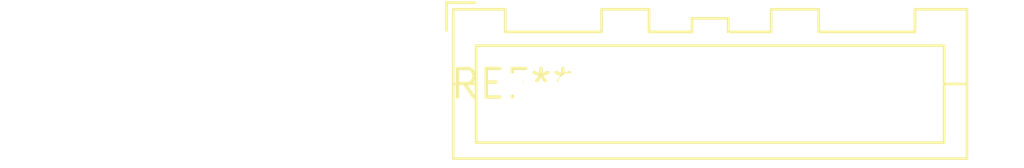
<source format=kicad_pcb>
(kicad_pcb (version 20240108) (generator pcbnew)
  (layers (0 "F.Cu" signal) (31 "B.Cu" signal) (34 "B.Paste" user) (35 "F.Paste" user) (36 "B.SilkS" user "B.Silkscreen") (37 "F.SilkS" user "F.Silkscreen") (38 "B.Mask" user) (39 "F.Mask" user) (44 "Edge.Cuts" user))
  (net 0 "")
  (footprint "JST_XA_B08B-XASK-1_1x08_P2.50mm_Vertical" (layer "F.Cu") (at 0 0)
    (property "Reference" "REF**")
    (property "Value" "JST_XA_B08B-XASK-1_1x08_P2.50mm_Vertical")
    (fp_line (start -2.91 -3.61) (end -2.91 -2.36) (layer "F.SilkS") (stroke (width 0.12)))
    (fp_line (start -2.61 -3.31) (end -2.61 3.31) (layer "F.SilkS") (stroke (width 0.12)))
    (fp_line (start -2.61 0) (end -1.6 0) (layer "F.SilkS") (stroke (width 0.12)))
    (fp_line (start -2.61 3.31) (end 20.11 3.31) (layer "F.SilkS") (stroke (width 0.12)))
    (fp_line (start -1.66 -3.61) (end -2.91 -3.61) (layer "F.SilkS") (stroke (width 0.12)))
    (fp_line (start -1.6 -1.7) (end -1.6 2.6) (layer "F.SilkS") (stroke (width 0.12)))
    (fp_line (start -1.6 2.6) (end 19.1 2.6) (layer "F.SilkS") (stroke (width 0.12)))
    (fp_line (start -0.31 -3.31) (end -2.61 -3.31) (layer "F.SilkS") (stroke (width 0.12)))
    (fp_line (start -0.31 -2.31) (end -0.31 -3.31) (layer "F.SilkS") (stroke (width 0.12)))
    (fp_line (start 3.95 -3.31) (end 3.95 -2.31) (layer "F.SilkS") (stroke (width 0.12)))
    (fp_line (start 3.95 -2.31) (end -0.31 -2.31) (layer "F.SilkS") (stroke (width 0.12)))
    (fp_line (start 6.05 -3.31) (end 3.95 -3.31) (layer "F.SilkS") (stroke (width 0.12)))
    (fp_line (start 6.05 -2.31) (end 6.05 -3.31) (layer "F.SilkS") (stroke (width 0.12)))
    (fp_line (start 7.95 -2.91) (end 7.95 -2.31) (layer "F.SilkS") (stroke (width 0.12)))
    (fp_line (start 7.95 -2.31) (end 6.05 -2.31) (layer "F.SilkS") (stroke (width 0.12)))
    (fp_line (start 9.55 -2.91) (end 7.95 -2.91) (layer "F.SilkS") (stroke (width 0.12)))
    (fp_line (start 9.55 -2.31) (end 9.55 -2.91) (layer "F.SilkS") (stroke (width 0.12)))
    (fp_line (start 11.45 -3.31) (end 11.45 -2.31) (layer "F.SilkS") (stroke (width 0.12)))
    (fp_line (start 11.45 -2.31) (end 9.55 -2.31) (layer "F.SilkS") (stroke (width 0.12)))
    (fp_line (start 13.55 -3.31) (end 11.45 -3.31) (layer "F.SilkS") (stroke (width 0.12)))
    (fp_line (start 13.55 -2.31) (end 13.55 -3.31) (layer "F.SilkS") (stroke (width 0.12)))
    (fp_line (start 17.81 -3.31) (end 17.81 -2.31) (layer "F.SilkS") (stroke (width 0.12)))
    (fp_line (start 17.81 -2.31) (end 13.55 -2.31) (layer "F.SilkS") (stroke (width 0.12)))
    (fp_line (start 19.1 -1.7) (end -1.6 -1.7) (layer "F.SilkS") (stroke (width 0.12)))
    (fp_line (start 19.1 2.6) (end 19.1 -1.7) (layer "F.SilkS") (stroke (width 0.12)))
    (fp_line (start 20.11 -3.31) (end 17.81 -3.31) (layer "F.SilkS") (stroke (width 0.12)))
    (fp_line (start 20.11 0) (end 19.1 0) (layer "F.SilkS") (stroke (width 0.12)))
    (fp_line (start 20.11 3.31) (end 20.11 -3.31) (layer "F.SilkS") (stroke (width 0.12)))
    (pad "1" thru_hole roundrect (at 0 0) (size 1.7 1.95) (drill 0.95) (layers *.Cu *.Mask) (remove_unused_layers) (roundrect_rratio 0.147059))
    (pad "2" thru_hole oval (at 2.5 0) (size 1.7 1.95) (drill 0.95) (layers *.Cu *.Mask) (remove_unused_layers))
    (pad "3" thru_hole oval (at 5 0) (size 1.7 1.95) (drill 0.95) (layers *.Cu *.Mask) (remove_unused_layers))
    (pad "4" thru_hole oval (at 7.5 0) (size 1.7 1.95) (drill 0.95) (layers *.Cu *.Mask) (remove_unused_layers))
    (pad "5" thru_hole oval (at 10 0) (size 1.7 1.95) (drill 0.95) (layers *.Cu *.Mask) (remove_unused_layers))
    (pad "6" thru_hole oval (at 12.5 0) (size 1.7 1.95) (drill 0.95) (layers *.Cu *.Mask) (remove_unused_layers))
    (pad "7" thru_hole oval (at 15 0) (size 1.7 1.95) (drill 0.95) (layers *.Cu *.Mask) (remove_unused_layers))
    (pad "8" thru_hole oval (at 17.5 0) (size 1.7 1.95) (drill 0.95) (layers *.Cu *.Mask) (remove_unused_layers))
  )
)
</source>
